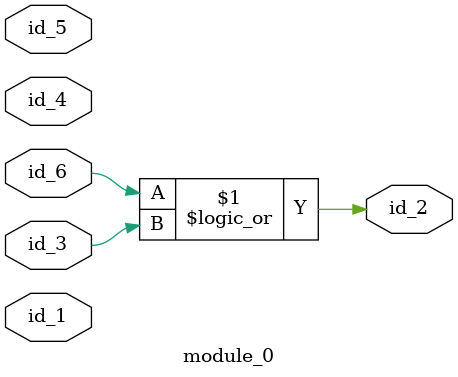
<source format=v>
`define pp_1 0
module module_0 (
    id_1,
    id_2,
    id_3,
    id_4,
    id_5,
    id_6
);
  input id_6;
  input id_5;
  input id_4;
  input id_3;
  output id_2;
  input id_1;
  assign id_2 = id_6 || id_3;
endmodule
`define pp_2 0

</source>
